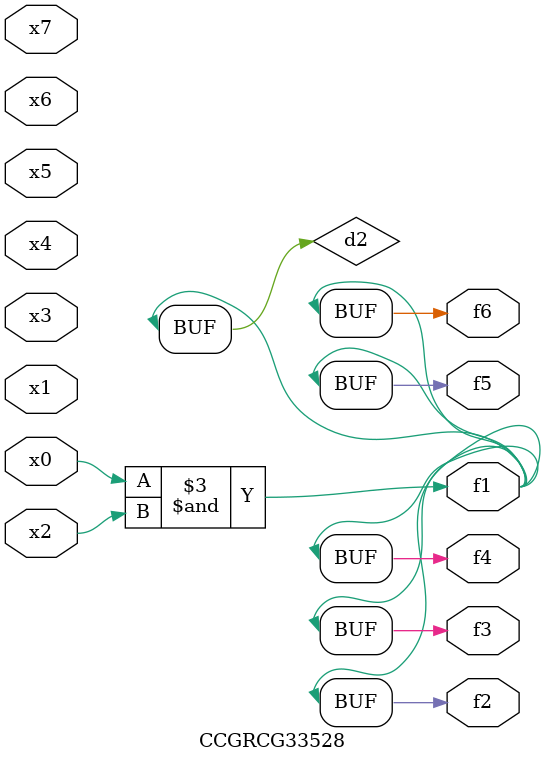
<source format=v>
module CCGRCG33528(
	input x0, x1, x2, x3, x4, x5, x6, x7,
	output f1, f2, f3, f4, f5, f6
);

	wire d1, d2;

	nor (d1, x3, x6);
	and (d2, x0, x2);
	assign f1 = d2;
	assign f2 = d2;
	assign f3 = d2;
	assign f4 = d2;
	assign f5 = d2;
	assign f6 = d2;
endmodule

</source>
